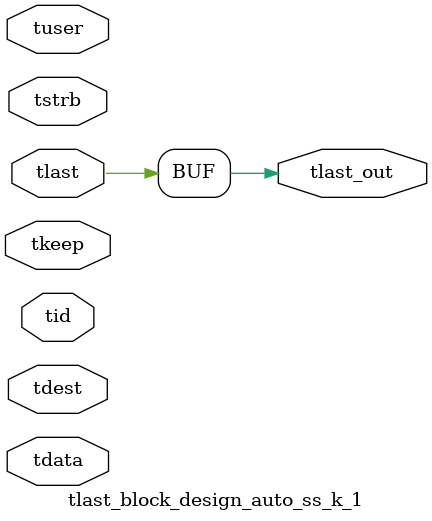
<source format=v>


`timescale 1ps/1ps

module tlast_block_design_auto_ss_k_1 #
(
parameter C_S_AXIS_TID_WIDTH   = 1,
parameter C_S_AXIS_TUSER_WIDTH = 0,
parameter C_S_AXIS_TDATA_WIDTH = 0,
parameter C_S_AXIS_TDEST_WIDTH = 0
)
(
input  [(C_S_AXIS_TID_WIDTH   == 0 ? 1 : C_S_AXIS_TID_WIDTH)-1:0       ] tid,
input  [(C_S_AXIS_TDATA_WIDTH == 0 ? 1 : C_S_AXIS_TDATA_WIDTH)-1:0     ] tdata,
input  [(C_S_AXIS_TUSER_WIDTH == 0 ? 1 : C_S_AXIS_TUSER_WIDTH)-1:0     ] tuser,
input  [(C_S_AXIS_TDEST_WIDTH == 0 ? 1 : C_S_AXIS_TDEST_WIDTH)-1:0     ] tdest,
input  [(C_S_AXIS_TDATA_WIDTH/8)-1:0 ] tkeep,
input  [(C_S_AXIS_TDATA_WIDTH/8)-1:0 ] tstrb,
input  [0:0]                                                             tlast,
output                                                                   tlast_out
);

assign tlast_out = {tlast[0]};

endmodule


</source>
